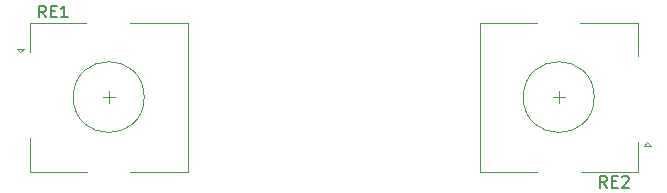
<source format=gbr>
%TF.GenerationSoftware,KiCad,Pcbnew,7.0.7*%
%TF.CreationDate,2023-09-20T23:35:26+09:00*%
%TF.ProjectId,Proto6,50726f74-6f36-42e6-9b69-6361645f7063,rev?*%
%TF.SameCoordinates,Original*%
%TF.FileFunction,Legend,Top*%
%TF.FilePolarity,Positive*%
%FSLAX46Y46*%
G04 Gerber Fmt 4.6, Leading zero omitted, Abs format (unit mm)*
G04 Created by KiCad (PCBNEW 7.0.7) date 2023-09-20 23:35:26*
%MOMM*%
%LPD*%
G01*
G04 APERTURE LIST*
%ADD10C,0.150000*%
%ADD11C,0.120000*%
%ADD12R,2.000000X2.000000*%
%ADD13C,2.000000*%
%ADD14R,3.000000X2.500000*%
%ADD15C,1.701800*%
%ADD16C,3.987800*%
G04 APERTURE END LIST*
D10*
X51830952Y-50404819D02*
X51497619Y-49928628D01*
X51259524Y-50404819D02*
X51259524Y-49404819D01*
X51259524Y-49404819D02*
X51640476Y-49404819D01*
X51640476Y-49404819D02*
X51735714Y-49452438D01*
X51735714Y-49452438D02*
X51783333Y-49500057D01*
X51783333Y-49500057D02*
X51830952Y-49595295D01*
X51830952Y-49595295D02*
X51830952Y-49738152D01*
X51830952Y-49738152D02*
X51783333Y-49833390D01*
X51783333Y-49833390D02*
X51735714Y-49881009D01*
X51735714Y-49881009D02*
X51640476Y-49928628D01*
X51640476Y-49928628D02*
X51259524Y-49928628D01*
X52259524Y-49881009D02*
X52592857Y-49881009D01*
X52735714Y-50404819D02*
X52259524Y-50404819D01*
X52259524Y-50404819D02*
X52259524Y-49404819D01*
X52259524Y-49404819D02*
X52735714Y-49404819D01*
X53688095Y-50404819D02*
X53116667Y-50404819D01*
X53402381Y-50404819D02*
X53402381Y-49404819D01*
X53402381Y-49404819D02*
X53307143Y-49547676D01*
X53307143Y-49547676D02*
X53211905Y-49642914D01*
X53211905Y-49642914D02*
X53116667Y-49690533D01*
X99330952Y-64804819D02*
X98997619Y-64328628D01*
X98759524Y-64804819D02*
X98759524Y-63804819D01*
X98759524Y-63804819D02*
X99140476Y-63804819D01*
X99140476Y-63804819D02*
X99235714Y-63852438D01*
X99235714Y-63852438D02*
X99283333Y-63900057D01*
X99283333Y-63900057D02*
X99330952Y-63995295D01*
X99330952Y-63995295D02*
X99330952Y-64138152D01*
X99330952Y-64138152D02*
X99283333Y-64233390D01*
X99283333Y-64233390D02*
X99235714Y-64281009D01*
X99235714Y-64281009D02*
X99140476Y-64328628D01*
X99140476Y-64328628D02*
X98759524Y-64328628D01*
X99759524Y-64281009D02*
X100092857Y-64281009D01*
X100235714Y-64804819D02*
X99759524Y-64804819D01*
X99759524Y-64804819D02*
X99759524Y-63804819D01*
X99759524Y-63804819D02*
X100235714Y-63804819D01*
X100616667Y-63900057D02*
X100664286Y-63852438D01*
X100664286Y-63852438D02*
X100759524Y-63804819D01*
X100759524Y-63804819D02*
X100997619Y-63804819D01*
X100997619Y-63804819D02*
X101092857Y-63852438D01*
X101092857Y-63852438D02*
X101140476Y-63900057D01*
X101140476Y-63900057D02*
X101188095Y-63995295D01*
X101188095Y-63995295D02*
X101188095Y-64090533D01*
X101188095Y-64090533D02*
X101140476Y-64233390D01*
X101140476Y-64233390D02*
X100569048Y-64804819D01*
X100569048Y-64804819D02*
X101188095Y-64804819D01*
D11*
%TO.C,RE1*%
X49350000Y-53050000D02*
X49950000Y-53050000D01*
X49650000Y-53350000D02*
X49350000Y-53050000D01*
X49950000Y-53050000D02*
X49650000Y-53350000D01*
X50450000Y-50850000D02*
X50450000Y-53350000D01*
X50450000Y-63450000D02*
X50450000Y-60650000D01*
X55250000Y-50850000D02*
X50450000Y-50850000D01*
X55350000Y-63450000D02*
X50450000Y-63450000D01*
X56650000Y-57150000D02*
X57650000Y-57150000D01*
X57150000Y-56650000D02*
X57150000Y-57650000D01*
X58950000Y-50850000D02*
X63850000Y-50850000D01*
X63850000Y-50850000D02*
X63850000Y-63450000D01*
X63850000Y-63450000D02*
X58950000Y-63450000D01*
X60150000Y-57150000D02*
G75*
G03*
X60150000Y-57150000I-3000000J0D01*
G01*
%TO.C,RE2*%
X103050000Y-61250000D02*
X102450000Y-61250000D01*
X102750000Y-60950000D02*
X103050000Y-61250000D01*
X102450000Y-61250000D02*
X102750000Y-60950000D01*
X101950000Y-63450000D02*
X101950000Y-60950000D01*
X101950000Y-50850000D02*
X101950000Y-53650000D01*
X97150000Y-63450000D02*
X101950000Y-63450000D01*
X97050000Y-50850000D02*
X101950000Y-50850000D01*
X95750000Y-57150000D02*
X94750000Y-57150000D01*
X95250000Y-57650000D02*
X95250000Y-56650000D01*
X93450000Y-63450000D02*
X88550000Y-63450000D01*
X88550000Y-63450000D02*
X88550000Y-50850000D01*
X88550000Y-50850000D02*
X93450000Y-50850000D01*
X98250000Y-57150000D02*
G75*
G03*
X98250000Y-57150000I-3000000J0D01*
G01*
%TD*%
%LPC*%
D12*
%TO.C,RE1*%
X49650000Y-54650000D03*
D13*
X49650000Y-59650000D03*
X49650000Y-57150000D03*
D14*
X57150000Y-51550000D03*
X57150000Y-62750000D03*
%TD*%
D15*
%TO.C,SW5*%
X71120000Y-95250000D03*
D16*
X76200000Y-95250000D03*
D15*
X81280000Y-95250000D03*
%TD*%
%TO.C,SW6*%
X90170000Y-95250000D03*
D16*
X95250000Y-95250000D03*
D15*
X100330000Y-95250000D03*
%TD*%
%TO.C,SW4*%
X52070000Y-95250000D03*
D16*
X57150000Y-95250000D03*
D15*
X62230000Y-95250000D03*
%TD*%
%TO.C,SW1*%
X52070000Y-76200000D03*
D16*
X57150000Y-76200000D03*
D15*
X62230000Y-76200000D03*
%TD*%
%TO.C,SW2*%
X71120000Y-76200000D03*
D16*
X76200000Y-76200000D03*
D15*
X81280000Y-76200000D03*
%TD*%
D12*
%TO.C,RE2*%
X102750000Y-59650000D03*
D13*
X102750000Y-54650000D03*
X102750000Y-57150000D03*
D14*
X95250000Y-62750000D03*
X95250000Y-51550000D03*
%TD*%
D15*
%TO.C,SW3*%
X90170000Y-76200000D03*
D16*
X95250000Y-76200000D03*
D15*
X100330000Y-76200000D03*
%TD*%
%LPD*%
M02*

</source>
